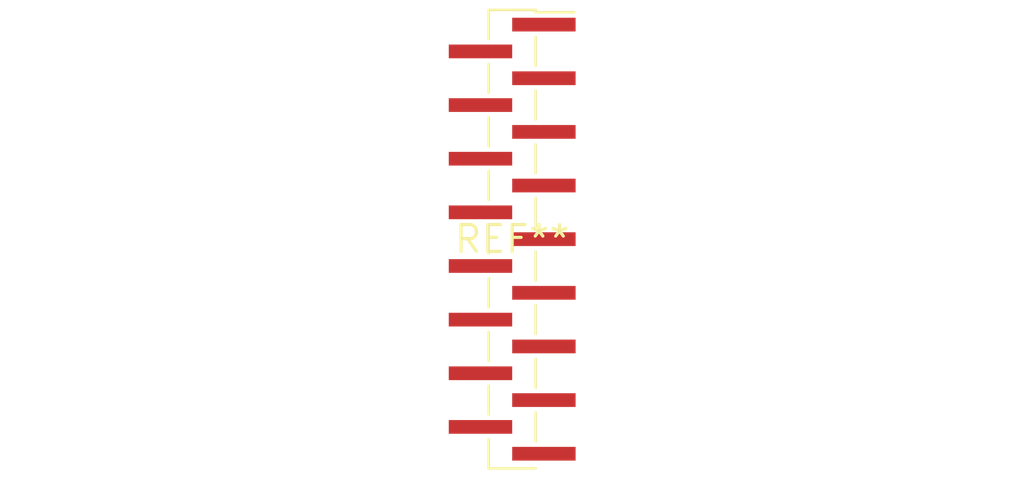
<source format=kicad_pcb>
(kicad_pcb (version 20240108) (generator pcbnew)
  (layers (0 "F.Cu" signal) (31 "B.Cu" signal) (34 "B.Paste" user) (35 "F.Paste" user) (36 "B.SilkS" user "B.Silkscreen") (37 "F.SilkS" user "F.Silkscreen") (38 "B.Mask" user) (39 "F.Mask" user) (44 "Edge.Cuts" user))
  (net 0 "")
  (footprint "PinHeader_1x17_P1.27mm_Vertical_SMD_Pin1Right" (layer "F.Cu") (at 0 0)
    (property "Reference" "REF**")
    (property "Value" "PinHeader_1x17_P1.27mm_Vertical_SMD_Pin1Right")
    (fp_line (start -1.11 -10.855) (end 1.11 -10.855) (layer "F.SilkS") (stroke (width 0.12)))
    (fp_line (start -1.11 -10.845) (end -1.11 -9.475) (layer "F.SilkS") (stroke (width 0.12)))
    (fp_line (start -1.11 -8.305) (end -1.11 -6.935) (layer "F.SilkS") (stroke (width 0.12)))
    (fp_line (start -1.11 -5.765) (end -1.11 -4.395) (layer "F.SilkS") (stroke (width 0.12)))
    (fp_line (start -1.11 -3.225) (end -1.11 -1.855) (layer "F.SilkS") (stroke (width 0.12)))
    (fp_line (start -1.11 -0.685) (end -1.11 0.685) (layer "F.SilkS") (stroke (width 0.12)))
    (fp_line (start -1.11 1.855) (end -1.11 3.225) (layer "F.SilkS") (stroke (width 0.12)))
    (fp_line (start -1.11 4.395) (end -1.11 5.765) (layer "F.SilkS") (stroke (width 0.12)))
    (fp_line (start -1.11 6.935) (end -1.11 8.305) (layer "F.SilkS") (stroke (width 0.12)))
    (fp_line (start -1.11 9.475) (end -1.11 10.845) (layer "F.SilkS") (stroke (width 0.12)))
    (fp_line (start -1.11 10.745) (end -1.11 10.855) (layer "F.SilkS") (stroke (width 0.12)))
    (fp_line (start -1.11 10.855) (end 1.11 10.855) (layer "F.SilkS") (stroke (width 0.12)))
    (fp_line (start 1.11 -10.855) (end 1.11 -10.745) (layer "F.SilkS") (stroke (width 0.12)))
    (fp_line (start 1.11 -10.745) (end 2.94 -10.745) (layer "F.SilkS") (stroke (width 0.12)))
    (fp_line (start 1.11 -9.575) (end 1.11 -8.205) (layer "F.SilkS") (stroke (width 0.12)))
    (fp_line (start 1.11 -7.035) (end 1.11 -5.665) (layer "F.SilkS") (stroke (width 0.12)))
    (fp_line (start 1.11 -4.495) (end 1.11 -3.125) (layer "F.SilkS") (stroke (width 0.12)))
    (fp_line (start 1.11 -1.955) (end 1.11 -0.585) (layer "F.SilkS") (stroke (width 0.12)))
    (fp_line (start 1.11 0.585) (end 1.11 1.955) (layer "F.SilkS") (stroke (width 0.12)))
    (fp_line (start 1.11 3.125) (end 1.11 4.495) (layer "F.SilkS") (stroke (width 0.12)))
    (fp_line (start 1.11 5.665) (end 1.11 7.035) (layer "F.SilkS") (stroke (width 0.12)))
    (fp_line (start 1.11 8.205) (end 1.11 9.575) (layer "F.SilkS") (stroke (width 0.12)))
    (pad "1" smd rect (at 1.5 -10.16) (size 3 0.65) (layers "F.Cu" "F.Paste" "F.Mask"))
    (pad "2" smd rect (at -1.5 -8.89) (size 3 0.65) (layers "F.Cu" "F.Paste" "F.Mask"))
    (pad "3" smd rect (at 1.5 -7.62) (size 3 0.65) (layers "F.Cu" "F.Paste" "F.Mask"))
    (pad "4" smd rect (at -1.5 -6.35) (size 3 0.65) (layers "F.Cu" "F.Paste" "F.Mask"))
    (pad "5" smd rect (at 1.5 -5.08) (size 3 0.65) (layers "F.Cu" "F.Paste" "F.Mask"))
    (pad "6" smd rect (at -1.5 -3.81) (size 3 0.65) (layers "F.Cu" "F.Paste" "F.Mask"))
    (pad "7" smd rect (at 1.5 -2.54) (size 3 0.65) (layers "F.Cu" "F.Paste" "F.Mask"))
    (pad "8" smd rect (at -1.5 -1.27) (size 3 0.65) (layers "F.Cu" "F.Paste" "F.Mask"))
    (pad "9" smd rect (at 1.5 0) (size 3 0.65) (layers "F.Cu" "F.Paste" "F.Mask"))
    (pad "10" smd rect (at -1.5 1.27) (size 3 0.65) (layers "F.Cu" "F.Paste" "F.Mask"))
    (pad "11" smd rect (at 1.5 2.54) (size 3 0.65) (layers "F.Cu" "F.Paste" "F.Mask"))
    (pad "12" smd rect (at -1.5 3.81) (size 3 0.65) (layers "F.Cu" "F.Paste" "F.Mask"))
    (pad "13" smd rect (at 1.5 5.08) (size 3 0.65) (layers "F.Cu" "F.Paste" "F.Mask"))
    (pad "14" smd rect (at -1.5 6.35) (size 3 0.65) (layers "F.Cu" "F.Paste" "F.Mask"))
    (pad "15" smd rect (at 1.5 7.62) (size 3 0.65) (layers "F.Cu" "F.Paste" "F.Mask"))
    (pad "16" smd rect (at -1.5 8.89) (size 3 0.65) (layers "F.Cu" "F.Paste" "F.Mask"))
    (pad "17" smd rect (at 1.5 10.16) (size 3 0.65) (layers "F.Cu" "F.Paste" "F.Mask"))
  )
)
</source>
